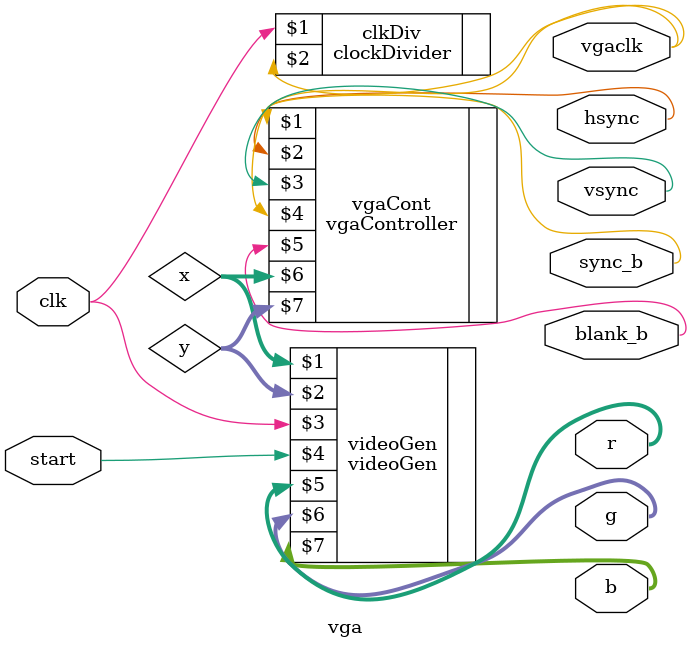
<source format=sv>
module vga(input logic clk, start, output logic vgaclk, output logic hsync, vsync, output logic sync_b, blank_b, output logic [7:0] r, g, b);
		
		logic [9:0] x, y;
		
		clockDivider clkDiv(clk, vgaclk);
		
		// Generate monitor timing signals
		vgaController vgaCont(vgaclk, hsync, vsync, sync_b, blank_b, x, y);
		
		// User-defined module to determine pixel color
		videoGen videoGen(x, y,clk, start, r, g, b);

endmodule
</source>
